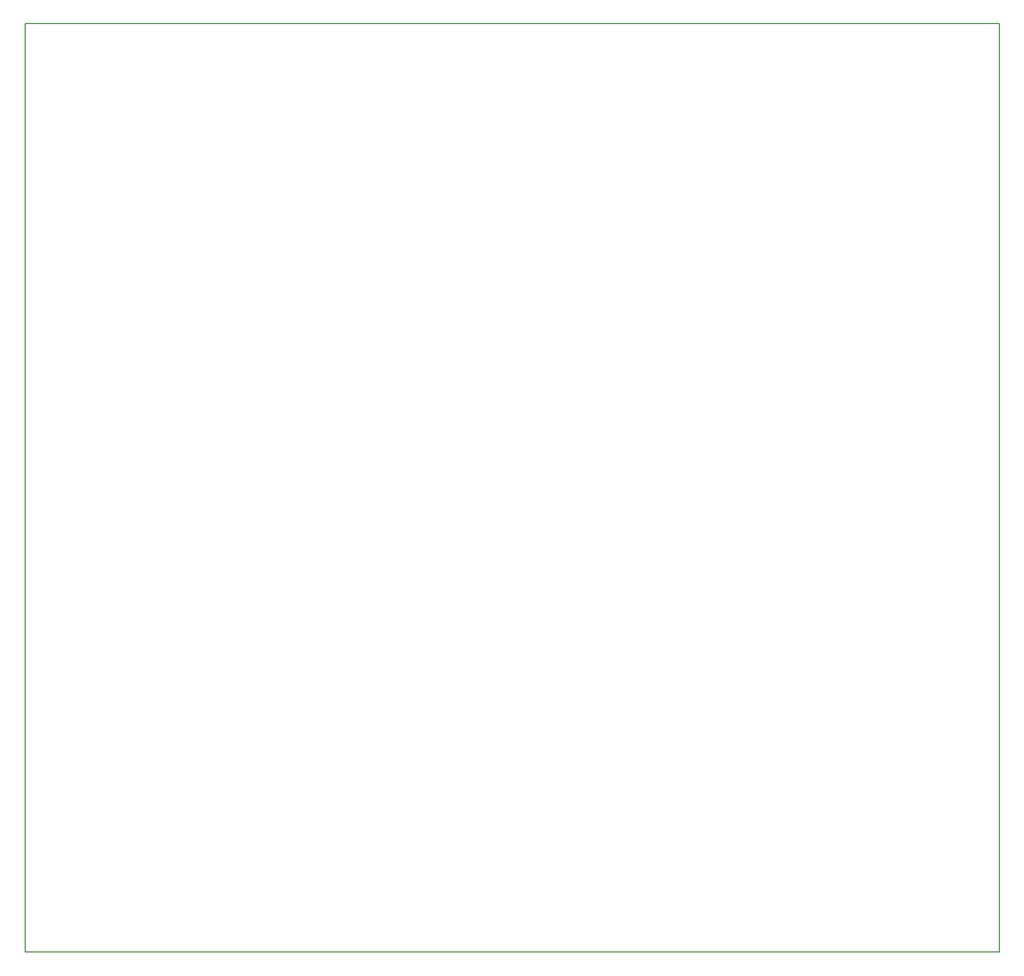
<source format=gbr>
%TF.GenerationSoftware,KiCad,Pcbnew,(5.1.6)-1*%
%TF.CreationDate,2020-07-06T22:25:42+02:00*%
%TF.ProjectId,Power_supply,506f7765-725f-4737-9570-706c792e6b69,rev?*%
%TF.SameCoordinates,PX2b5d568PYa62d478*%
%TF.FileFunction,Profile,NP*%
%FSLAX46Y46*%
G04 Gerber Fmt 4.6, Leading zero omitted, Abs format (unit mm)*
G04 Created by KiCad (PCBNEW (5.1.6)-1) date 2020-07-06 22:25:42*
%MOMM*%
%LPD*%
G01*
G04 APERTURE LIST*
%TA.AperFunction,Profile*%
%ADD10C,0.200000*%
%TD*%
G04 APERTURE END LIST*
D10*
X-5080Y143689080D02*
X-5080Y5080D01*
X150616920Y143689080D02*
X-5080Y143689080D01*
X150616920Y5080D02*
X150616920Y143689080D01*
X-5080Y5080D02*
X150616920Y5080D01*
M02*

</source>
